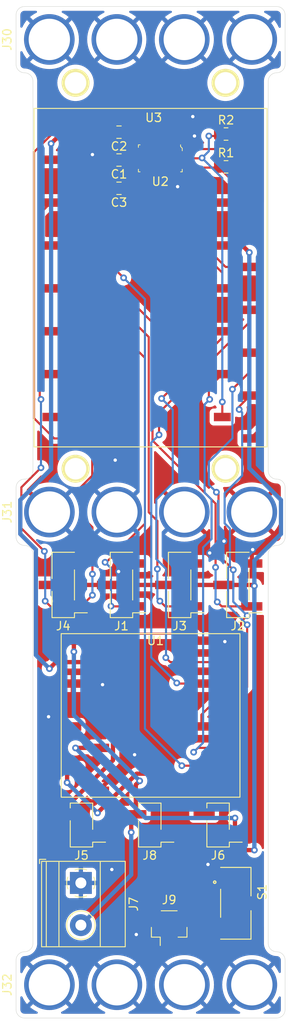
<source format=kicad_pcb>
(kicad_pcb (version 20211014) (generator pcbnew)
  (title_block (title "LegoFruit") (date "2022-05-20") (rev "v1.0") (company "Digili AS"))
  (layers (0 "F.Cu" signal) (31 "B.Cu" signal) (34 "B.Paste" user) (35 "F.Paste" user) (36 "B.SilkS" user "B.Silkscreen") (37 "F.SilkS" user "F.Silkscreen") (38 "B.Mask" user) (39 "F.Mask" user) (44 "Edge.Cuts" user))
  (net 0 "")
  (net 1 "/D2")
  (net 2 "GND")
  (net 3 "/A4")
  (net 4 "/USB")
  (net 5 "/A2")
  (net 6 "/A3")
  (net 7 "/A5")
  (net 8 "Net-(J5-Pad1)")
  (net 9 "Net-(J5-Pad2)")
  (net 10 "Net-(J6-Pad1)")
  (net 11 "Net-(J6-Pad2)")
  (net 12 "VDD")
  (net 13 "Net-(J9-Pad2)")
  (net 14 "/SDA")
  (net 15 "/SCL")
  (net 17 "/A1")
  (net 18 "/D6")
  (net 19 "/D9")
  (net 20 "/D5")
  (net 21 "/3V3")
  (net 22 "/D11")
  (net 23 "/D10")
  (net 24 "/A0")
  (net 26 "/D12")
  (net 27 "/D13")
  (footprint "Connector_JST:JST_SH_BM02B-SRSS-TB_1x02-1MP_P1.00mm_Vertical" (layer "F.Cu") (at 108.5 144.5)
    (fp_text reference "J9" (at 0 -3.3) (layer "F.SilkS"))
    (fp_text value "JST_POWER")
    (pad "1" smd roundrect locked (at -0.5 1.325) (size 0.6 1.55) (layers "F.Cu" "F.Paste" "F.Mask") (net 2 "GND"))
    (pad "2" smd roundrect locked (at 0.5 1.325) (size 0.6 1.55) (layers "F.Cu" "F.Paste" "F.Mask") (net 13 "Net-(J9-Pad2)"))
    (pad "MP" smd roundrect locked (at 1.8 -1.2) (size 1.2 1.8) (layers "F.Cu" "F.Paste" "F.Mask") (roundrect_rratio 0.208333))
    (pad "MP" smd roundrect locked (at -1.8 -1.2) (size 1.2 1.8) (layers "F.Cu" "F.Paste" "F.Mask") (roundrect_rratio 0.208333))
  )
  (footprint "brick-4_9id-6_0od:brick-1x4" (layer "F.Cu") (at 94.29 39.26 90)
    (fp_text reference "J30" (at 0 -5 90) (layer "F.SilkS"))
    (fp_text value "Conn_01x04")
    (pad "1" thru_hole circle locked (at 0 0 90) (size 6 6) (drill 4.9) (layers *.Cu *.Mask) (net 2 "GND"))
    (pad "2" thru_hole circle locked (at 0 8 90) (size 6 6) (drill 4.9) (layers *.Cu *.Mask) (net 2 "GND"))
    (pad "3" thru_hole circle locked (at 0 16 90) (size 6 6) (drill 4.9) (layers *.Cu *.Mask) (net 2 "GND"))
    (pad "4" thru_hole circle locked (at 0 24 90) (size 6 6) (drill 4.9) (layers *.Cu *.Mask) (net 2 "GND"))
  )
  (footprint "" (layer "F.Cu") (at 115.18 44.4)
    (fp_text reference "" (at 0 0) (layer "F.SilkS") (effects (font (size 1.27 1.27))))
    (fp_text value "" (at 0 0) (layer "F.SilkS") (effects (font (size 1.27 1.27))))
    (pad "" thru_hole circle locked (at 0 0 270) (size 3.302 3.302) (drill 2.54) (layers *.Cu *.Mask "F.SilkS"))
  )
  (footprint "Connector_PinHeader_2.54mm:PinHeader_1x03_P2.54mm_Vertical_SMD_Pin1Left" (layer "F.Cu") (at 95.94 103.886 180)
    (fp_text reference "J4" (at 0 -4.87) (layer "F.SilkS"))
    (fp_text value "SERVO_4")
    (pad "1" smd rect locked (at -1.655 -2.54 180) (size 2.51 1) (layers "F.Cu" "F.Paste" "F.Mask") (net 7 "/A5"))
    (pad "2" smd rect locked (at 1.655 0 180) (size 2.51 1) (layers "F.Cu" "F.Paste" "F.Mask") (net 4 "/USB"))
    (pad "3" smd rect locked (at -1.655 2.54 180) (size 2.51 1) (layers "F.Cu" "F.Paste" "F.Mask") (net 2 "GND"))
  )
  (footprint "TerminalBlock_Phoenix:TerminalBlock_Phoenix_MKDS-1,5-2_1x02_P5.00mm_Horizontal" (layer "F.Cu") (at 98.03 139.192 -90)
    (fp_text reference "J7" (at 2.5 -6.26 90) (layer "F.SilkS"))
    (fp_text value "Screw_Terminal_01x02")
    (pad "1" thru_hole rect locked (at 0 0 270) (size 2.6 2.6) (drill 1.3) (layers *.Cu *.Mask) (net 2 "GND"))
    (pad "2" thru_hole circle locked (at 5 0 270) (size 2.6 2.6) (drill 1.3) (layers *.Cu *.Mask) (net 12 "VDD"))
  )
  (footprint "Resistor_SMD:R_0805_2012Metric" (layer "F.Cu") (at 115.24 50.466)
    (fp_text reference "R2" (at 0 -1.65) (layer "F.SilkS"))
    (fp_text value "10k")
    (pad "1" smd roundrect locked (at -0.9125 0) (size 1.025 1.4) (layers "F.Cu" "F.Paste" "F.Mask") (roundrect_rratio 0.243902) (net 15 "/SCL"))
    (pad "2" smd roundrect locked (at 0.9125 0) (size 1.025 1.4) (layers "F.Cu" "F.Paste" "F.Mask") (roundrect_rratio 0.243902) (net 1 "/D2"))
  )
  (footprint "Capacitor_SMD:C_0805_2012Metric" (layer "F.Cu") (at 102.55 56.896 180)
    (fp_text reference "C3" (at 0 -1.68) (layer "F.SilkS"))
    (fp_text value "100n")
    (pad "1" smd roundrect locked (at -0.95 0 180) (size 1 1.45) (layers "F.Cu" "F.Paste" "F.Mask") (net 1 "/D2"))
    (pad "2" smd roundrect locked (at 0.95 0 180) (size 1 1.45) (layers "F.Cu" "F.Paste" "F.Mask") (net 2 "GND"))
  )
  (footprint "Connector_PinHeader_2.54mm:PinHeader_1x02_P2.54mm_Vertical_SMD_Pin1Left" (layer "F.Cu") (at 106.2 132.33 180)
    (fp_text reference "J8" (at 0 -3.6) (layer "F.SilkS"))
    (fp_text value "MOTOR_USB")
    (pad "1" smd rect locked (at -1.655 -1.27 180) (size 2.51 1) (layers "F.Cu" "F.Paste" "F.Mask") (net 4 "/USB"))
    (pad "2" smd rect locked (at 1.655 1.27 180) (size 2.51 1) (layers "F.Cu" "F.Paste" "F.Mask") (net 12 "VDD"))
  )
  (footprint "Connector_PinHeader_2.54mm:PinHeader_1x02_P2.54mm_Vertical_SMD_Pin1Left" (layer "F.Cu") (at 114.3 132.33 180)
    (fp_text reference "J6" (at 0 -3.6) (layer "F.SilkS"))
    (fp_text value "MOTOR2")
    (pad "1" smd rect locked (at -1.655 -1.27 180) (size 2.51 1) (layers "F.Cu" "F.Paste" "F.Mask") (net 10 "Net-(J6-Pad1)"))
    (pad "2" smd rect locked (at 1.655 1.27 180) (size 2.51 1) (layers "F.Cu" "F.Paste" "F.Mask") (net 11 "Net-(J6-Pad2)"))
  )
  (footprint "Connector_PinHeader_2.54mm:PinHeader_1x02_P2.54mm_Vertical_SMD_Pin1Left" (layer "F.Cu") (at 98.1 132.33 180)
    (fp_text reference "J5" (at 0 -3.6) (layer "F.SilkS"))
    (fp_text value "MOTOR1")
    (pad "1" smd rect locked (at -1.655 -1.27 180) (size 2.51 1) (layers "F.Cu" "F.Paste" "F.Mask") (net 8 "Net-(J5-Pad1)"))
    (pad "2" smd rect locked (at 1.655 1.27 180) (size 2.51 1) (layers "F.Cu" "F.Paste" "F.Mask") (net 9 "Net-(J5-Pad2)"))
  )
  (footprint "Connector_PinHeader_2.54mm:PinHeader_1x03_P2.54mm_Vertical_SMD_Pin1Left" (layer "F.Cu") (at 109.74 103.886 180)
    (fp_text reference "J3" (at 0 -4.87) (layer "F.SilkS"))
    (fp_text value "SERVO_2")
    (pad "1" smd rect locked (at -1.655 -2.54 180) (size 2.51 1) (layers "F.Cu" "F.Paste" "F.Mask") (net 6 "/A3"))
    (pad "2" smd rect locked (at 1.655 0 180) (size 2.51 1) (layers "F.Cu" "F.Paste" "F.Mask") (net 4 "/USB"))
    (pad "3" smd rect locked (at -1.655 2.54 180) (size 2.51 1) (layers "F.Cu" "F.Paste" "F.Mask") (net 2 "GND"))
  )
  (footprint "Connector_PinHeader_2.54mm:PinHeader_1x03_P2.54mm_Vertical_SMD_Pin1Left" (layer "F.Cu") (at 116.64 103.886 180)
    (fp_text reference "J2" (at 0 -4.87) (layer "F.SilkS"))
    (fp_text value "SERVO_1")
    (pad "1" smd rect locked (at -1.655 -2.54 180) (size 2.51 1) (layers "F.Cu" "F.Paste" "F.Mask") (net 5 "/A2"))
    (pad "2" smd rect locked (at 1.655 0 180) (size 2.51 1) (layers "F.Cu" "F.Paste" "F.Mask") (net 4 "/USB"))
    (pad "3" smd rect locked (at -1.655 2.54 180) (size 2.51 1) (layers "F.Cu" "F.Paste" "F.Mask") (net 2 "GND"))
  )
  (footprint "lego:feather_header_smd" (layer "F.Cu") (at 94.48 48.432)
    (fp_text reference "U3" (at 12.179 0.1 unlocked) (layer "F.SilkS"))
    (fp_text value "feather_nrf52840")
    (pad "1" smd rect (at 20.32 10.16 90) (size 1 2) (layers "F.Cu" "F.Paste" "F.Mask"))
    (pad "2" smd rect (at 23.62 12.7 90) (size 1 2) (layers "F.Cu" "F.Paste" "F.Mask"))
    (pad "3" smd rect (at 20.32 15.24 90) (size 1 2) (layers "F.Cu" "F.Paste" "F.Mask") (net 4 "/USB"))
    (pad "4" smd rect (at 23.62 17.78 90) (size 1 2) (layers "F.Cu" "F.Paste" "F.Mask") (net 27 "/D13"))
    (pad "5" smd rect (at 20.32 20.32 90) (size 1 2) (layers "F.Cu" "F.Paste" "F.Mask") (net 26 "/D12"))
    (pad "6" smd rect (at 23.62 22.86 90) (size 1 2) (layers "F.Cu" "F.Paste" "F.Mask") (net 22 "/D11"))
    (pad "7" smd rect (at 20.32 25.4 90) (size 1 2) (layers "F.Cu" "F.Paste" "F.Mask") (net 23 "/D10"))
    (pad "8" smd rect (at 23.62 27.94 90) (size 1 2) (layers "F.Cu" "F.Paste" "F.Mask") (net 19 "/D9"))
    (pad "9" smd rect (at 20.32 30.48 90) (size 1 2) (layers "F.Cu" "F.Paste" "F.Mask") (net 18 "/D6"))
    (pad "10" smd rect (at 23.62 33.02 90) (size 1 2) (layers "F.Cu" "F.Paste" "F.Mask") (net 20 "/D5"))
    (pad "11" smd rect (at 20.32 35.56 90) (size 1 2) (layers "F.Cu" "F.Paste" "F.Mask") (net 15 "/SCL"))
    (pad "12" smd rect (at 23.62 38.1 90) (size 1 2) (layers "F.Cu" "F.Paste" "F.Mask") (net 14 "/SDA"))
    (pad "13" smd rect (at 0 0 90) (size 1 2) (layers "F.Cu" "F.Paste" "F.Mask"))
    (pad "14" smd rect (at 3.3 2.54 90) (size 1 2) (layers "F.Cu" "F.Paste" "F.Mask") (net 21 "/3V3"))
    (pad "15" smd rect (at 0 5.08 90) (size 1 2) (layers "F.Cu" "F.Paste" "F.Mask"))
    (pad "16" smd rect (at 3.3 7.62 90) (size 1 2) (layers "F.Cu" "F.Paste" "F.Mask") (net 2 "GND"))
    (pad "17" smd rect (at 0 10.16 90) (size 1 2) (layers "F.Cu" "F.Paste" "F.Mask") (net 24 "/A0"))
    (pad "18" smd rect (at 3.3 12.7 90) (size 1 2) (layers "F.Cu" "F.Paste" "F.Mask") (net 17 "/A1"))
    (pad "19" smd rect (at 0 15.24 90) (size 1 2) (layers "F.Cu" "F.Paste" "F.Mask") (net 5 "/A2"))
    (pad "20" smd rect (at 3.3 17.78 90) (size 1 2) (layers "F.Cu" "F.Paste" "F.Mask") (net 6 "/A3"))
    (pad "21" smd rect (at 0 20.32 90) (size 1 2) (layers "F.Cu" "F.Paste" "F.Mask") (net 3 "/A4"))
    (pad "22" smd rect (at 3.3 22.86 90) (size 1 2) (layers "F.Cu" "F.Paste" "F.Mask") (net 7 "/A5"))
    (pad "23" smd rect (at 0 25.4 90) (size 1 2) (layers "F.Cu" "F.Paste" "F.Mask"))
    (pad "24" smd rect (at 3.3 27.94 90) (size 1 2) (layers "F.Cu" "F.Paste" "F.Mask"))
    (pad "25" smd rect (at 0 30.48 90) (size 1 2) (layers "F.Cu" "F.Paste" "F.Mask"))
    (pad "26" smd rect (at 3.3 33.02 90) (size 1 2) (layers "F.Cu" "F.Paste" "F.Mask"))
    (pad "27" smd rect (at 0 35.56 90) (size 1 2) (layers "F.Cu" "F.Paste" "F.Mask"))
    (pad "28" smd rect (at 3.3 38.1 90) (size 1 2) (layers "F.Cu" "F.Paste" "F.Mask") (net 1 "/D2"))
  )
  (footprint "" (layer "F.Cu") (at 97.4 90.12)
    (fp_text reference "" (at 0 0) (layer "F.SilkS") (effects (font (size 1.27 1.27))))
    (fp_text value "" (at 0 0) (layer "F.SilkS") (effects (font (size 1.27 1.27))))
    (pad "" thru_hole circle locked (at 0 0 270) (size 3.302 3.302) (drill 2.54) (layers *.Cu *.Mask "F.SilkS"))
  )
  (footprint "lego:sparkfun_motor" (layer "F.Cu") (at 97.0795 110.49)
    (fp_text reference "U1" (at 9.8 0.01 unlocked) (layer "F.SilkS"))
    (fp_text value "TB6612FNG")
    (pad "1" smd rect (at 3.3 7.62 90) (size 1 2) (layers "F.Cu" "F.Paste" "F.Mask") (net 9 "Net-(J5-Pad2)"))
    (pad "3" smd rect (at 3.3 17.78 90) (size 1 2) (layers "F.Cu" "F.Paste" "F.Mask") (net 2 "GND"))
    (pad "5" smd rect (at 0 10.16 90) (size 1 2) (layers "F.Cu" "F.Paste" "F.Mask") (net 8 "Net-(J5-Pad1)"))
    (pad "7" smd rect (at 3.3 12.7 90) (size 1 2) (layers "F.Cu" "F.Paste" "F.Mask") (net 10 "Net-(J6-Pad1)"))
    (pad "9" smd rect (at 18.54 17.78 90) (size 1 2) (layers "F.Cu" "F.Paste" "F.Mask") (net 2 "GND"))
    (pad "11" smd rect (at 0 15.24 90) (size 1 2) (layers "F.Cu" "F.Paste" "F.Mask") (net 11 "Net-(J6-Pad2)"))
    (pad "15" smd rect (at 15.24 15.24 90) (size 1 2) (layers "F.Cu" "F.Paste" "F.Mask") (net 17 "/A1"))
    (pad "16" smd rect (at 18.54 12.7 90) (size 1 2) (layers "F.Cu" "F.Paste" "F.Mask") (net 18 "/D6"))
    (pad "17" smd rect (at 15.24 10.16 90) (size 1 2) (layers "F.Cu" "F.Paste" "F.Mask") (net 19 "/D9"))
    (pad "18" smd rect (at 0 5.08 90) (size 1 2) (layers "F.Cu" "F.Paste" "F.Mask") (net 2 "GND"))
    (pad "19" smd rect (at 18.54 7.62 90) (size 1 2) (layers "F.Cu" "F.Paste" "F.Mask") (net 20 "/D5"))
    (pad "20" smd rect (at 3.3 2.54 90) (size 1 2) (layers "F.Cu" "F.Paste" "F.Mask") (net 21 "/3V3"))
    (pad "21" smd rect (at 15.24 5.08 90) (size 1 2) (layers "F.Cu" "F.Paste" "F.Mask") (net 22 "/D11"))
    (pad "22" smd rect (at 18.54 2.54 90) (size 1 2) (layers "F.Cu" "F.Paste" "F.Mask") (net 23 "/D10"))
    (pad "23" smd rect (at 15.24 0 90) (size 1 2) (layers "F.Cu" "F.Paste" "F.Mask") (net 24 "/A0"))
    (pad "24" smd rect (at 0 0 90) (size 1 2) (layers "F.Cu" "F.Paste" "F.Mask") (net 12 "VDD"))
  )
  (footprint "Capacitor_SMD:C_0805_2012Metric" (layer "F.Cu") (at 102.55 53.546 180)
    (fp_text reference "C1" (at 0 -1.68) (layer "F.SilkS"))
    (fp_text value "10u")
    (pad "1" smd roundrect locked (at -0.95 0 180) (size 1 1.45) (layers "F.Cu" "F.Paste" "F.Mask") (net 1 "/D2"))
    (pad "2" smd roundrect locked (at 0.95 0 180) (size 1 1.45) (layers "F.Cu" "F.Paste" "F.Mask") (net 2 "GND"))
  )
  (footprint "Connector_PinHeader_2.54mm:PinHeader_1x03_P2.54mm_Vertical_SMD_Pin1Left" (layer "F.Cu") (at 102.84 103.886 180)
    (fp_text reference "J1" (at 0 -4.87) (layer "F.SilkS"))
    (fp_text value "SERVO_3")
    (pad "1" smd rect locked (at -1.655 -2.54 180) (size 2.51 1) (layers "F.Cu" "F.Paste" "F.Mask") (net 3 "/A4"))
    (pad "2" smd rect locked (at 1.655 0 180) (size 2.51 1) (layers "F.Cu" "F.Paste" "F.Mask") (net 4 "/USB"))
    (pad "3" smd rect locked (at -1.655 2.54 180) (size 2.51 1) (layers "F.Cu" "F.Paste" "F.Mask") (net 2 "GND"))
  )
  (footprint "Capacitor_SMD:C_0805_2012Metric" (layer "F.Cu") (at 102.55 50.246 180)
    (fp_text reference "C2" (at 0 -1.68) (layer "F.SilkS"))
    (fp_text value "100n")
    (pad "1" smd roundrect locked (at -0.95 0 180) (size 1 1.45) (layers "F.Cu" "F.Paste" "F.Mask") (net 1 "/D2"))
    (pad "2" smd roundrect locked (at 0.95 0 180) (size 1 1.45) (layers "F.Cu" "F.Paste" "F.Mask") (net 2 "GND"))
  )
  (footprint "spdt:SW_JS102011JCQN" (layer "F.Cu") (at 116.4 141.6 -90)
    (fp_text reference "S1" (at -1.326325 -3.138175 -270) (layer "F.SilkS") (effects (font (size 1.001016 1.001016))))
    (fp_text value "JS102011JCQN")
    (pad "1" smd rect locked (at -2.5 1.2) (size 1.6 1) (layers "F.Cu" "F.Paste" "F.Mask") (net 13 "Net-(J9-Pad2)"))
    (pad "2" smd rect locked (at 0 -1.2) (size 1.6 1) (layers "F.Cu" "F.Paste" "F.Mask") (net 4 "/USB"))
    (pad "3" smd rect locked (at 2.5 1.2) (size 1.6 1) (layers "F.Cu" "F.Paste" "F.Mask"))
  )
  (footprint "dk:LGA-14_3x5mm_RevA" (layer "F.Cu") (at 107.45 53.346 180)
    (fp_text reference "U2" (at 0 -2.75) (layer "F.SilkS"))
    (fp_text value "ADXL345BCCZ")
    (pad "1" smd rect locked (at -2 1.0975 180) (size 0.55 1.145) (layers "F.Cu" "F.Paste" "F.Mask") (net 1 "/D2"))
    (pad "2" smd rect locked (at -1.2 1.0975 180) (size 0.55 1.145) (layers "F.Cu" "F.Paste" "F.Mask") (net 2 "GND"))
    (pad "3" smd rect locked (at -0.4 1.0975 180) (size 0.55 1.145) (layers "F.Cu" "F.Paste" "F.Mask"))
    (pad "4" smd rect locked (at 0.4 1.0975 180) (size 0.55 1.145) (layers "F.Cu" "F.Paste" "F.Mask") (net 2 "GND"))
    (pad "5" smd rect locked (at 1.2 1.0975 180) (size 0.55 1.145) (layers "F.Cu" "F.Paste" "F.Mask") (net 2 "GND"))
    (pad "6" smd rect locked (at 2 1.0975 180) (size 0.55 1.145) (layers "F.Cu" "F.Paste" "F.Mask") (net 1 "/D2"))
    (pad "7" smd rect locked (at 2.0975 0 180) (size 1.145 0.55) (layers "F.Cu" "F.Paste" "F.Mask") (net 1 "/D2"))
    (pad "8" smd rect locked (at 2 -1.0975 180) (size 0.55 1.145) (layers "F.Cu" "F.Paste" "F.Mask") (net 26 "/D12"))
    (pad "9" smd rect locked (at 1.2 -1.0975 180) (size 0.55 1.145) (layers "F.Cu" "F.Paste" "F.Mask") (net 27 "/D13"))
    (pad "10" smd rect locked (at 0.4 -1.0975 180) (size 0.55 1.145) (layers "F.Cu" "F.Paste" "F.Mask"))
    (pad "11" smd rect locked (at -0.4 -1.0975 180) (size 0.55 1.145) (layers "F.Cu" "F.Paste" "F.Mask"))
    (pad "12" smd rect locked (at -1.2 -1.0975 180) (size 0.55 1.145) (layers "F.Cu" "F.Paste" "F.Mask") (net 2 "GND"))
    (pad "13" smd rect locked (at -2 -1.0975 180) (size 0.55 1.145) (layers "F.Cu" "F.Paste" "F.Mask") (net 14 "/SDA"))
    (pad "14" smd rect locked (at -2.0975 0 180) (size 1.145 0.55) (layers "F.Cu" "F.Paste" "F.Mask") (net 15 "/SCL"))
  )
  (footprint "Resistor_SMD:R_0805_2012Metric" (layer "F.Cu") (at 115.24 54.356)
    (fp_text reference "R1" (at 0 -1.65) (layer "F.SilkS"))
    (fp_text value "10k")
    (pad "1" smd roundrect locked (at -0.9125 0) (size 1.025 1.4) (layers "F.Cu" "F.Paste" "F.Mask") (roundrect_rratio 0.243902) (net 14 "/SDA"))
    (pad "2" smd roundrect locked (at 0.9125 0) (size 1.025 1.4) (layers "F.Cu" "F.Paste" "F.Mask") (roundrect_rratio 0.243902) (net 1 "/D2"))
  )
  (footprint "brick-4_9id-6_0od:brick-1x4" (layer "F.Cu") (at 94.3 95.25 90)
    (fp_text reference "J31" (at 0 -5 90) (layer "F.SilkS"))
    (fp_text value "Conn_01x04")
    (pad "1" thru_hole circle locked (at 0 0 90) (size 6 6) (drill 4.9) (layers *.Cu *.Mask) (net 2 "GND"))
    (pad "2" thru_hole circle locked (at 0 8 90) (size 6 6) (drill 4.9) (layers *.Cu *.Mask) (net 2 "GND"))
    (pad "3" thru_hole circle locked (at 0 16 90) (size 6 6) (drill 4.9) (layers *.Cu *.Mask) (net 2 "GND"))
    (pad "4" thru_hole circle locked (at 0 24 90) (size 6 6) (drill 4.9) (layers *.Cu *.Mask) (net 2 "GND"))
  )
  (footprint "brick-4_9id-6_0od:brick-1x4" (layer "F.Cu") (at 94.3 151.25 90)
    (fp_text reference "J32" (at 0 -5 90) (layer "F.SilkS"))
    (fp_text value "Conn_01x04")
    (pad "1" thru_hole circle locked (at 0 0 90) (size 6 6) (drill 4.9) (layers *.Cu *.Mask) (net 2 "GND"))
    (pad "2" thru_hole circle locked (at 0 8 90) (size 6 6) (drill 4.9) (layers *.Cu *.Mask) (net 2 "GND"))
    (pad "3" thru_hole circle locked (at 0 16 90) (size 6 6) (drill 4.9) (layers *.Cu *.Mask) (net 2 "GND"))
    (pad "4" thru_hole circle locked (at 0 24 90) (size 6 6) (drill 4.9) (layers *.Cu *.Mask) (net 2 "GND"))
  )
  (footprint "" (layer "F.Cu") (at 97.4 44.4)
    (fp_text reference "" (at 0 0) (layer "F.SilkS") (effects (font (size 1.27 1.27))))
    (fp_text value "" (at 0 0) (layer "F.SilkS") (effects (font (size 1.27 1.27))))
    (pad "" thru_hole circle locked (at 0 0 270) (size 3.302 3.302) (drill 2.54) (layers *.Cu *.Mask "F.SilkS"))
  )
  (footprint "" (layer "F.Cu") (at 115.18 90.12)
    (fp_text reference "" (at 0 0) (layer "F.SilkS") (effects (font (size 1.27 1.27))))
    (fp_text value "" (at 0 0) (layer "F.SilkS") (effects (font (size 1.27 1.27))))
    (pad "" thru_hole circle locked (at 0 0 270) (size 3.302 3.302) (drill 2.54) (layers *.Cu *.Mask "F.SilkS"))
  )
  (gr_line (start 90.347107 92.35) (end 90.347107 98.202892) (layer "Edge.Cuts") (width 0.05))
  (gr_arc (start 121.242893 91.350001) (mid 121.949999 91.642895) (end 122.242893 92.350001) (layer "Edge.Cuts") (width 0.05))
  (gr_line (start 122.242893 148.342895) (end 122.242893 154.195787) (layer "Edge.Cuts") (width 0.05))
  (gr_line (start 120.242893 100.202893) (end 120.242893 146.342895) (layer "Edge.Cuts") (width 0.05))
  (gr_arc (start 121.242893 35.357107) (mid 121.95 35.65) (end 122.242893 36.357107) (layer "Edge.Cuts") (width 0.05))
  (gr_line (start 121.242893 35.357107) (end 91.347107 35.357107) (layer "Edge.Cuts") (width 0.05))
  (gr_arc (start 90.347107 148.342893) (mid 90.640001 147.635787) (end 91.347107 147.342893) (layer "Edge.Cuts") (width 0.05))
  (gr_line (start 122.242893 36.357107) (end 122.242893 42.209999) (layer "Edge.Cuts") (width 0.05))
  (gr_arc (start 121.242893 147.342895) (mid 120.535787 147.050001) (end 120.242893 146.342895) (layer "Edge.Cuts") (width 0.05))
  (gr_arc (start 91.347107 155.195787) (mid 90.640001 154.902893) (end 90.347107 154.195787) (layer "Edge.Cuts") (width 0.05))
  (gr_line (start 121.242893 155.195787) (end 91.347107 155.195787) (layer "Edge.Cuts") (width 0.05))
  (gr_line (start 122.242893 92.350001) (end 122.242893 98.202893) (layer "Edge.Cuts") (width 0.05))
  (gr_line (start 90.347107 148.342893) (end 90.347107 154.195785) (layer "Edge.Cuts") (width 0.05))
  (gr_arc (start 91.347107 99.202892) (mid 90.640001 98.909999) (end 90.347107 98.202892) (layer "Edge.Cuts") (width 0.05))
  (gr_line (start 92.347107 100.202891) (end 92.347107 146.342893) (layer "Edge.Cuts") (width 0.05))
  (gr_arc (start 92.347107 146.342893) (mid 92.054213 147.049999) (end 91.347107 147.342893) (layer "Edge.Cuts") (width 0.05))
  (gr_line (start 120.242893 44.209999) (end 120.242893 90.350001) (layer "Edge.Cuts") (width 0.05))
  (gr_arc (start 122.242893 98.202893) (mid 121.95 98.91) (end 121.242893 99.202893) (layer "Edge.Cuts") (width 0.05))
  (gr_line (start 90.347107 36.357107) (end 90.347107 42.209999) (layer "Edge.Cuts") (width 0.05))
  (gr_arc (start 91.347107 43.209998) (mid 92.054213 43.502891) (end 92.347107 44.209998) (layer "Edge.Cuts") (width 0.05))
  (gr_arc (start 120.242893 100.202893) (mid 120.535786 99.495786) (end 121.242893 99.202893) (layer "Edge.Cuts") (width 0.05))
  (gr_arc (start 122.242893 154.195787) (mid 121.949999 154.902893) (end 121.242893 155.195787) (layer "Edge.Cuts") (width 0.05))
  (gr_line (start 92.347107 44.209998) (end 92.347107 90.35) (layer "Edge.Cuts") (width 0.05))
  (gr_arc (start 90.347107 92.35) (mid 90.64 91.642894) (end 91.347107 91.35) (layer "Edge.Cuts") (width 0.05))
  (gr_arc (start 120.242893 44.209999) (mid 120.535786 43.502892) (end 121.242893 43.209999) (layer "Edge.Cuts") (width 0.05))
  (gr_arc (start 91.347107 43.209999) (mid 90.640001 42.917106) (end 90.347107 42.209999) (layer "Edge.Cuts") (width 0.05))
  (gr_arc (start 92.347107 90.35) (mid 92.054214 91.057106) (end 91.347107 91.35) (layer "Edge.Cuts") (width 0.05))
  (gr_arc (start 121.242893 91.350001) (mid 120.535787 91.057107) (end 120.242893 90.350001) (layer "Edge.Cuts") (width 0.05))
  (gr_arc (start 122.242893 42.209999) (mid 121.95 42.917106) (end 121.242893 43.209999) (layer "Edge.Cuts") (width 0.05))
  (gr_arc (start 91.347107 99.202891) (mid 92.054213 99.495784) (end 92.347107 100.202891) (layer "Edge.Cuts") (width 0.05))
  (gr_arc (start 90.347107 36.357107) (mid 90.64 35.65) (end 91.347107 35.357107) (layer "Edge.Cuts") (width 0.05))
  (gr_arc (start 121.242893 147.342895) (mid 121.949999 147.635789) (end 122.242893 148.342895) (layer "Edge.Cuts") (width 0.05))
  (segment (start 95.878906 49.19648) (end 102.45048 49.19648) (width 0.25) (layer "F.Cu") (net 1))
  (segment (start 104.30452 49.44148) (end 115.12798 49.44148) (width 0.25) (layer "F.Cu") (net 1))
  (segment (start 103.5 53.546) (end 103.5 56.896) (width 0.25) (layer "F.Cu") (net 1))
  (segment (start 114.045 52.2485) (end 116.1525 54.356) (width 0.25) (layer "F.Cu") (net 1))
  (segment (start 109.45 52.2485) (end 114.045 52.2485) (width 0.25) (layer "F.Cu") (net 1))
  (segment (start 105.3525 52.346) (end 105.45 52.2485) (width 0.25) (layer "F.Cu") (net 1))
  (segment (start 94.870978 86.532) (end 92.472127 84.133149) (width 0.25) (layer "F.Cu") (net 1))
  (segment (start 115.12798 49.44148) (end 116.1525 50.466) (width 0.25) (layer "F.Cu") (net 1))
  (segment (start 92.472127 84.133149) (end 92.472127 52.603259) (width 0.25) (layer "F.Cu") (net 1))
  (segment (start 116.1525 50.466) (end 116.1525 54.356) (width 0.25) (layer "F.Cu") (net 1))
  (segment (start 103.5 50.246) (end 104.30452 49.44148) (width 0.25) (layer "F.Cu") (net 1))
  (segment (start 97.78 86.532) (end 94.870978 86.532) (width 0.25) (layer "F.Cu") (net 1))
  (segment (start 92.472127 52.603259) (end 95.878906 49.19648) (width 0.25) (layer "F.Cu") (net 1))
  (segment (start 103.5 53.546) (end 105.1525 53.546) (width 0.25) (layer "F.Cu") (net 1))
  (segment (start 102.45048 49.19648) (end 103.5 50.246) (width 0.25) (layer "F.Cu") (net 1))
  (segment (start 103.5 50.246) (end 103.5 53.546) (width 0.25) (layer "F.Cu") (net 1))
  (segment (start 105.1525 53.546) (end 105.3525 53.346) (width 0.25) (layer "F.Cu") (net 1))
  (segment (start 105.3525 53.346) (end 105.3525 52.346) (width 0.25) (layer "F.Cu") (net 1))
  (segment (start 106.25 52.2485) (end 107.05 52.2485) (width 0.508) (layer "F.Cu") (net 2))
  (segment (start 100.3795 128.0205) (end 104.4 124) (width 0.508) (layer "F.Cu") (net 2))
  (segment (start 108.65 55.85) (end 109.5 56.7) (width 0.508) (layer "F.Cu") (net 2))
  (segment (start 108.65 54.4435) (end 108.65 55.85) (width 0.508) (layer "F.Cu") (net 2))
  (segment (start 109.443978 50.7) (end 111.5 50.7) (width 0.508) (layer "F.Cu") (net 2))
  (segment (start 108.65 51.493978) (end 109.443978 50.7) (width 0.508) (layer "F.Cu") (net 2))
  (segment (start 100.3795 128.27) (end 100.3795 128.0205) (width 0.508) (layer "F.Cu") (net 2))
  (segment (start 108.65 52.2485) (end 108.65 51.493978) (width 0.508) (layer "F.Cu") (net 2))
  (via (at 113.3 100.1) (size 0.8) (drill 0.4) (layers "F.Cu" "B.Cu") (net 2))
  (via (at 101.7 137.6) (size 0.8) (drill 0.4) (layers "F.Cu" "B.Cu") (net 2))
  (via (at 104.6 145.3) (size 0.8) (drill 0.4) (layers "F.Cu" "B.Cu") (net 2))
  (via (at 94.2 119.5) (size 0.8) (drill 0.4) (layers "F.Cu" "B.Cu") (net 2))
  (via (at 111.5 50.7) (size 0.8) (drill 0.4) (layers "F.Cu" "B.Cu") (net 2))
  (via (at 118.4 99.7) (size 0.8) (drill 0.4) (layers "F.Cu" "B.Cu") (net 2))
  (via (at 111.3 48.4) (size 0.8) (drill 0.4) (layers "F.Cu" "B.Cu") (net 2))
  (via (at 100.6 115.7) (size 0.8) (drill 0.4) (layers "F.Cu" "B.Cu") (net 2))
  (via (at 113.1 137) (size 0.8) (drill 0.4) (layers "F.Cu" "B.Cu") (net 2))
  (via (at 109.5 56.7) (size 0.8) (drill 0.4) (layers "F.Cu" "B.Cu") (net 2))
  (via (at 102.1 89.1) (size 0.8) (drill 0.4) (layers "F.Cu" "B.Cu") (net 2))
  (via (at 102.5 102.3) (size 0.8) (drill 0.4) (layers "F.Cu" "B.Cu") (net 2))
  (via (at 115 98.7) (size 0.8) (drill 0.4) (layers "F.Cu" "B.Cu") (net 2))
  (via (at 99.4 52.9) (size 0.8) (drill 0.4) (layers "F.Cu" "B.Cu") (net 2))
  (via (at 104.4 124) (size 0.8) (drill 0.4) (layers "F.Cu" "B.Cu") (net 2))
  (via (at 115.1 110.6) (size 0.8) (drill 0.4) (layers "F.Cu" "B.Cu") (net 2))
  (segment (start 97.389022 68.752) (end 94.48 68.752) (width 0.25) (layer "F.Cu") (net 3))
  (segment (start 105.624511 76.987489) (end 97.389022 68.752) (width 0.25) (layer "F.Cu") (net 3))
  (segment (start 105.624511 96.627059) (end 105.624511 76.987489) (width 0.25) (layer "F.Cu") (net 3))
  (segment (start 101.626 106.426) (end 101.6 106.4) (width 0.25) (layer "F.Cu") (net 3))
  (segment (start 101.05157 101.2) (end 105.624511 96.627059) (width 0.25) (layer "F.Cu") (net 3))
  (segment (start 104.495 106.426) (end 101.626 106.426) (width 0.25) (layer "F.Cu") (net 3))
  (segment (start 100.9 101.2) (end 101.05157 101.2) (width 0.25) (layer "F.Cu") (net 3))
  (via (at 100.9 101.2) (size 0.8) (drill 0.4) (layers "F.Cu" "B.Cu") (net 3))
  (via (at 101.6 106.4) (size 0.8) (drill 0.4) (layers "F.Cu" "B.Cu") (net 3))
  (segment (start 101.6 106.4) (end 101.6 101.9) (width 0.25) (layer "B.Cu") (net 3))
  (segment (start 101.6 101.9) (end 100.9 101.2) (width 0.25) (layer "B.Cu") (net 3))
  (segment (start 118.6 135.3) (end 112.1 135.3) (width 0.508) (layer "F.Cu") (net 4))
  (segment (start 110.4 133.6) (end 107.855 133.6) (width 0.508) (layer "F.Cu") (net 4))
  (segment (start 114.985 103.886) (end 118.486 103.886) (width 0.508) (layer "F.Cu") (net 4))
  (segment (start 94.285 103.886) (end 101.185 103.886) (width 0.508) (layer "F.Cu") (net 4))
  (segment (start 117.172 63.672) (end 118 64.5) (width 0.508) (layer "F.Cu") (net 4))
  (segment (start 107.855 133.6) (end 107.855 134.608) (width 0.508) (layer "F.Cu") (net 4))
  (segment (start 114.8 63.672) (end 117.172 63.672) (width 0.508) (layer "F.Cu") (net 4))
  (segment (start 108.085 103.886) (end 114.985 103.886) (width 0.508) (layer "F.Cu") (net 4))
  (segment (start 118.486 103.886) (end 118.6 104) (width 0.508) (layer "F.Cu") (net 4))
  (segment (start 114.847 141.6) (end 117.6 141.6) (width 0.508) (layer "F.Cu") (net 4))
  (segment (start 112.1 135.3) (end 110.4 133.6) (width 0.508) (layer "F.Cu") (net 4))
  (segment (start 101.185 103.886) (end 108.085 103.886) (width 0.508) (layer "F.Cu") (net 4))
  (segment (start 107.855 134.608) (end 114.847 141.6) (width 0.508) (layer "F.Cu") (net 4))
  (via (at 118.6 135.3) (size 0.8) (drill 0.4) (layers "F.Cu" "B.Cu") (net 4))
  (via (at 118 64.5) (size 0.8) (drill 0.4) (layers "F.Cu" "B.Cu") (net 4))
  (via (at 118.6 104) (size 0.8) (drill 0.4) (layers "F.Cu" "B.Cu") (net 4))
  (segment (start 118 64.5) (end 118 90.065997) (width 0.508) (layer "B.Cu") (net 4))
  (segment (start 118 90.065997) (end 121.753511 93.819508) (width 0.508) (layer "B.Cu") (net 4))
  (segment (start 118.6 104) (end 118.6 135.3) (width 0.508) (layer "B.Cu") (net 4))
  (segment (start 121.753511 93.819508) (end 121.753511 97.846489) (width 0.508) (layer "B.Cu") (net 4))
  (segment (start 121.753511 97.846489) (end 118.6 101) (width 0.508) (layer "B.Cu") (net 4))
  (segment (start 118.6 101) (end 118.6 104) (width 0.508) (layer "B.Cu") (net 4))
  (segment (start 118.295 106.426) (end 114.726 106.426) (width 0.25) (layer "F.Cu") (net 5))
  (segment (start 114 94.24843) (end 106.523551 86.771981) (width 0.25) (layer "F.Cu") (net 5))
  (segment (start 114.726 106.426) (end 114.2 105.9) (width 0.25) (layer "F.Cu") (net 5))
  (segment (start 106.523551 72.806529) (end 97.389022 63.672) (width 0.25) (layer "F.Cu") (net 5))
  (segment (start 97.389022 63.672) (end 94.48 63.672) (width 0.25) (layer "F.Cu") (net 5))
  (segment (start 106.523551 86.771981) (end 106.523551 72.806529) (width 0.25) (layer "F.Cu") (net 5))
  (segment (start 114 101.8) (end 114 94.24843) (width 0.25) (layer "F.Cu") (net 5))
  (via (at 114.2 105.9) (size 0.8) (drill 0.4) (layers "F.Cu" "B.Cu") (net 5))
  (via (at 114 101.8) (size 0.8) (drill 0.4) (layers "F.Cu" "B.Cu") (net 5))
  (segment (start 114.2 105.9) (end 114 105.7) (width 0.25) (layer "B.Cu") (net 5))
  (segment (start 114 105.7) (end 114 101.8) (width 0.25) (layer "B.Cu") (net 5))
  (segment (start 107.1 96.3) (end 106.074031 95.274031) (width 0.25) (layer "F.Cu") (net 6))
  (segment (start 107.1 102) (end 107.1 96.3) (width 0.25) (layer "F.Cu") (net 6))
  (segment (start 106.074031 74.506031) (end 97.78 66.212) (width 0.25) (layer "F.Cu") (net 6))
  (segment (start 111.395 106.426) (end 108.026 106.426) (width 0.25) (layer "F.Cu") (net 6))
  (segment (start 106.074031 95.274031) (end 106.074031 74.506031) (width 0.25) (layer "F.Cu") (net 6))
  (segment (start 108.026 106.426) (end 107.4 105.8) (width 0.25) (layer "F.Cu") (net 6))
  (via (at 107.4 105.8) (size 0.8) (drill 0.4) (layers "F.Cu" "B.Cu") (net 6))
  (via (at 107.1 102) (size 0.8) (drill 0.4) (layers "F.Cu" "B.Cu") (net 6))
  (segment (start 107.4 105.8) (end 107.1 105.5) (width 0.25) (layer "B.Cu") (net 6))
  (segment (start 107.1 105.5) (end 107.1 102) (width 0.25) (layer "B.Cu") (net 6))
  (segment (start 98.074 106.426) (end 99.4 105.1) (width 0.25) (layer "F.Cu") (net 7))
  (segment (start 97.595 106.426) (end 98.074 106.426) (width 0.25) (layer "F.Cu") (net 7))
  (segment (start 99.4 97.05157) (end 98 95.65157) (width 0.25) (layer "F.Cu") (net 7))
  (segment (start 99.4 102.6) (end 99.4 97.05157) (width 0.25) (layer "F.Cu") (net 7))
  (segment (start 99.375511 90.938285) (end 99.375511 72.887511) (width 0.25) (layer "F.Cu") (net 7))
  (segment (start 98 95.65157) (end 98 92.313796) (width 0.25) (layer "F.Cu") (net 7))
  (segment (start 98 92.313796) (end 99.375511 90.938285) (width 0.25) (layer "F.Cu") (net 7))
  (segment (start 99.375511 72.887511) (end 97.78 71.292) (width 0.25) (layer "F.Cu") (net 7))
  (via (at 99.4 105.1) (size 0.8) (drill 0.4) (layers "F.Cu" "B.Cu") (net 7))
  (via (at 99.4 102.6) (size 0.8) (drill 0.4) (layers "F.Cu" "B.Cu") (net 7))
  (segment (start 99.4 105.1) (end 99.4 102.6) (width 0.25) (layer "B.Cu") (net 7))
  (segment (start 93.8 132.7) (end 94.7 133.6) (width 0.508) (layer "F.Cu") (net 8))
  (segment (start 93.8 123.9295) (end 93.8 132.7) (width 0.508) (layer "F.Cu") (net 8))
  (segment (start 97.0795 120.65) (end 93.8 123.9295) (width 0.508) (layer "F.Cu") (net 8))
  (segment (start 94.7 133.6) (end 99.755 133.6) (width 0.508) (layer "F.Cu") (net 8))
  (segment (start 96.445 130.052) (end 101.833011 124.663989) (width 0.508) (layer "F.Cu") (net 9))
  (segment (start 101.833011 119.563511) (end 100.3795 118.11) (width 0.508) (layer "F.Cu") (net 9))
  (segment (start 96.445 131.06) (end 96.445 130.052) (width 0.508) (layer "F.Cu") (net 9))
  (segment (start 101.833011 124.663989) (end 101.833011 119.563511) (width 0.508) (layer "F.Cu") (net 9))
  (segment (start 116.3 133.255) (end 115.955 133.6) (width 0.508) (layer "F.Cu") (net 10))
  (segment (start 97.41 123.19) (end 97.4 123.2) (width 0.508) (layer "F.Cu") (net 10))
  (segment (start 116.3 131.5) (end 116.3 133.255) (width 0.508) (layer "F.Cu") (net 10))
  (segment (start 100.3795 123.19) (end 97.41 123.19) (width 0.508) (layer "F.Cu") (net 10))
  (via (at 116.3 131.5) (size 0.8) (drill 0.4) (layers "F.Cu" "B.Cu") (net 10))
  (via (at 97.4 123.2) (size 0.8) (drill 0.4) (layers "F.Cu" "B.Cu") (net 10))
  (segment (start 97.4 123.2) (end 105.7 131.5) (width 0.508) (layer "B.Cu") (net 10))
  (segment (start 105.7 131.5) (end 116.3 131.5) (width 0.508) (layer "B.Cu") (net 10))
  (segment (start 96.4 126.4095) (end 97.0795 125.73) (width 0.508) (layer "F.Cu") (net 11))
  (segment (start 104.646463 126.246489) (end 100 130.892952) (width 0.508) (layer "F.Cu") (net 11))
  (segment (start 112.645 131.06) (end 107.831489 126.246489) (width 0.508) (layer "F.Cu") (net 11))
  (segment (start 100 130.892952) (end 100 130.9) (width 0.508) (layer "F.Cu") (net 11))
  (segment (start 96.4 127.3) (end 96.4 126.4095) (width 0.508) (layer "F.Cu") (net 11))
  (segment (start 107.831489 126.246489) (end 104.646463 126.246489) (width 0.508) (layer "F.Cu") (net 11))
  (via (at 96.4 127.3) (size 0.8) (drill 0.4) (layers "F.Cu" "B.Cu") (net 11))
  (via (at 100 130.9) (size 0.8) (drill 0.4) (layers "F.Cu" "B.Cu") (net 11))
  (segment (start 100 130.9) (end 96.4 127.3) (width 0.508) (layer "B.Cu") (net 11))
  (segment (start 97.2 110.6105) (end 97.0795 110.49) (width 0.508) (layer "F.Cu") (net 12))
  (segment (start 104 133.2) (end 104 131.605) (width 0.508) (layer "F.Cu") (net 12))
  (segment (start 104.545 127.555) (end 105 127.1) (width 0.508) (layer "F.Cu") (net 12))
  (segment (start 97.2 111.8) (end 97.2 110.6105) (width 0.508) (layer "F.Cu") (net 12))
  (segment (start 104.545 131.06) (end 104.545 127.555) (width 0.508) (layer "F.Cu") (net 12))
  (segment (start 104 131.605) (end 104.545 131.06) (width 0.508) (layer "F.Cu") (net 12))
  (via (at 104 133.2) (size 0.8) (drill 0.4) (layers "F.Cu" "B.Cu") (net 12))
  (via (at 97.2 111.8) (size 0.8) (drill 0.4) (layers "F.Cu" "B.Cu") (net 12))
  (via (at 105 127.1) (size 0.8) (drill 0.4) (layers "F.Cu" "B.Cu") (net 12))
  (segment (start 97.2 119.3) (end 97.2 111.8) (width 0.508) (layer "B.Cu") (net 12))
  (segment (start 104 138.222) (end 104 133.2) (width 0.508) (layer "B.Cu") (net 12))
  (segment (start 105 127.1) (end 97.2 119.3) (width 0.508) (layer "B.Cu") (net 12))
  (segment (start 98.03 144.192) (end 104 138.222) (width 0.508) (layer "B.Cu") (net 12))
  (segment (start 109 145.825) (end 116.975 145.825) (width 0.508) (layer "F.Cu") (net 13))
  (segment (start 117.307022 139.1) (end 115.2 139.1) (width 0.508) (layer "F.Cu") (net 13))
  (segment (start 116.975 145.825) (end 118.853511 143.946489) (width 0.508) (layer "F.Cu") (net 13))
  (segment (start 118.853511 143.946489) (end 118.853511 140.646489) (width 0.508) (layer "F.Cu") (net 13))
  (segment (start 118.853511 140.646489) (end 117.307022 139.1) (width 0.508) (layer "F.Cu") (net 13))
  (segment (start 119.424511 59.453011) (end 119.424511 85.207489) (width 0.25) (layer "F.Cu") (net 14))
  (segment (start 114.3275 54.356) (end 119.424511 59.453011) (width 0.25) (layer "F.Cu") (net 14))
  (segment (start 114.24 54.4435) (end 109.45 54.4435) (width 0.25) (layer "F.Cu") (net 14))
  (segment (start 114.3275 54.356) (end 114.24 54.4435) (width 0.25) (layer "F.Cu") (net 14))
  (segment (start 119.424511 85.207489) (end 118.1 86.532) (width 0.25) (layer "F.Cu") (net 14))
  (segment (start 114.0935 50.7) (end 114.3275 50.466) (width 0.25) (layer "F.Cu") (net 15))
  (segment (start 113.2 50.7) (end 114.0935 50.7) (width 0.25) (layer "F.Cu") (net 15))
  (segment (start 109.5475 53.346) (end 112.354 53.346) (width 0.25) (layer "F.Cu") (net 15))
  (segment (start 114.8 83.992) (end 114.8 82.2) (width 0.25) (layer "F.Cu") (net 15))
  (segment (start 112.354 53.346) (end 112.4 53.3) (width 0.25) (layer "F.Cu") (net 15))
  (via (at 113.2 50.7) (size 0.8) (drill 0.4) (layers "F.Cu" "B.Cu") (net 15))
  (via (at 114.8 82.2) (size 0.8) (drill 0.4) (layers "F.Cu" "B.Cu") (net 15))
  (via (at 112.4 53.3) (size 0.8) (drill 0.4) (layers "F.Cu" "B.Cu") (net 15))
  (segment (start 112.4 53.3) (end 113.2 52.5) (width 0.25) (layer "B.Cu") (net 15))
  (segment (start 114.8 82.2) (end 114.8 55.7) (width 0.25) (layer "B.Cu") (net 15))
  (segment (start 114.8 55.7) (end 112.4 53.3) (width 0.25) (layer "B.Cu") (net 15))
  (segment (start 113.2 52.5) (end 113.2 50.7) (width 0.25) (layer "B.Cu") (net 15))
  (segment (start 111.8895 125.3) (end 112.3195 125.73) (width 0.25) (layer "F.Cu") (net 17))
  (segment (start 110 125.3) (end 111.8895 125.3) (width 0.25) (layer "F.Cu") (net 17))
  (segment (start 97.78 62.18) (end 103.1 67.5) (width 0.25) (layer "F.Cu") (net 17))
  (segment (start 97.78 61.132) (end 97.78 62.18) (width 0.25) (layer "F.Cu") (net 17))
  (via (at 103.1 67.5) (size 0.8) (drill 0.4) (layers "F.Cu" "B.Cu") (net 17))
  (via (at 110 125.3) (size 0.8) (drill 0.4) (layers "F.Cu" "B.Cu") (net 17))
  (segment (start 103.1 67.5) (end 105.624511 70.024511) (width 0.25) (layer "B.Cu") (net 17))
  (segment (start 105.624511 70.024511) (end 105.624511 120.924511) (width 0.25) (layer "B.Cu") (net 17))
  (segment (start 105.624511 120.924511) (end 110 125.3) (width 0.25) (layer "B.Cu") (net 17))
  (segment (start 113.204489 81.804489) (end 113.3 81.9) (width 0.25) (layer "F.Cu") (net 18))
  (segment (start 114.8 78.912) (end 113.204489 80.507511) (width 0.25) (layer "F.Cu") (net 18))
  (segment (start 111.4 123.7) (end 111.91 123.19) (width 0.25) (layer "F.Cu") (net 18))
  (segment (start 113.204489 80.507511) (end 113.204489 81.804489) (width 0.25) (layer "F.Cu") (net 18))
  (segment (start 111.91 123.19) (end 115.6195 123.19) (width 0.25) (layer "F.Cu") (net 18))
  (via (at 113.3 81.9) (size 0.8) (drill 0.4) (layers "F.Cu" "B.Cu") (net 18))
  (via (at 111.4 123.7) (size 0.8) (drill 0.4) (layers "F.Cu" "B.Cu") (net 18))
  (segment (start 113.524511 98.441318) (end 112.524511 99.441318) (width 0.25) (layer "B.Cu") (net 18))
  (segment (start 112.524511 122.575489) (end 111.4 123.7) (width 0.25) (layer "B.Cu") (net 18))
  (segment (start 112.7 92.94843) (end 113.524511 93.772941) (width 0.25) (layer "B.Cu") (net 18))
  (segment (start 112.7 82.5) (end 112.7 92.94843) (width 0.25) (layer "B.Cu") (net 18))
  (segment (start 112.524511 99.441318) (end 112.524511 122.575489) (width 0.25) (layer "B.Cu") (net 18))
  (segment (start 113.524511 93.772941) (end 113.524511 98.441318) (width 0.25) (layer "B.Cu") (net 18))
  (segment (start 113.3 81.9) (end 112.7 82.5) (width 0.25) (layer "B.Cu") (net 18))
  (segment (start 117.021989 108.250013) (end 117.7465 107.525502) (width 0.25) (layer "F.Cu") (net 19))
  (segment (start 117.021989 114.558489) (end 117.021989 108.250013) (width 0.25) (layer "F.Cu") (net 19))
  (segment (start 114.34952 93.14952) (end 114.34952 100.34952) (width 0.25) (layer "F.Cu") (net 19))
  (segment (start 112.3195 120.65) (end 112.3195 119.260978) (width 0.25) (layer "F.Cu") (net 19))
  (segment (start 118.1 76.372) (end 118.1 78.6) (width 0.25) (layer "F.Cu") (net 19))
  (segment (start 114.34952 100.34952) (end 116.1 102.1) (width 0.25) (layer "F.Cu") (net 19))
  (segment (start 112.3195 119.260978) (end 117.021989 114.558489) (width 0.25) (layer "F.Cu") (net 19))
  (segment (start 114.1 92.9) (end 114.34952 93.14952) (width 0.25) (layer "F.Cu") (net 19))
  (segment (start 118.1 78.6) (end 116 80.7) (width 0.25) (layer "F.Cu") (net 19))
  (via (at 114.1 92.9) (size 0.8) (drill 0.4) (layers "F.Cu" "B.Cu") (net 19))
  (via (at 116.1 102.1) (size 0.8) (drill 0.4) (layers "F.Cu" "B.Cu") (net 19))
  (via (at 116 80.7) (size 0.8) (drill 0.4) (layers "F.Cu" "B.Cu") (net 19))
  (via (at 117.7465 107.525502) (size 0.8) (drill 0.4) (layers "F.Cu" "B.Cu") (net 19))
  (segment (start 116 80.7) (end 116 86.506204) (width 0.25) (layer "B.Cu") (net 19))
  (segment (start 116 86.506204) (end 113.204489 89.301715) (width 0.25) (layer "B.Cu") (net 19))
  (segment (start 117.7465 107.525502) (end 116.1 105.879002) (width 0.25) (layer "B.Cu") (net 19))
  (segment (start 116.1 105.879002) (end 116.1 102.1) (width 0.25) (layer "B.Cu") (net 19))
  (segment (start 113.204489 92.004489) (end 114.1 92.9) (width 0.25) (layer "B.Cu") (net 19))
  (segment (start 113.204489 89.301715) (end 113.204489 92.004489) (width 0.25) (layer "B.Cu") (net 19))
  (segment (start 115.6195 118.11) (end 117.7465 115.983) (width 0.25) (layer "F.Cu") (net 20))
  (segment (start 116.8 83.1) (end 116.8 82.752) (width 0.25) (layer "F.Cu") (net 20))
  (segment (start 116.8 82.752) (end 118.1 81.452) (width 0.25) (layer "F.Cu") (net 20))
  (segment (start 117.7465 115.983) (end 117.7465 108.6) (width 0.25) (layer "F.Cu") (net 20))
  (via (at 116.8 83.1) (size 0.8) (drill 0.4) (layers "F.Cu" "B.Cu") (net 20))
  (via (at 117.7465 108.6) (size 0.8) (drill 0.4) (layers "F.Cu" "B.Cu") (net 20))
  (segment (start 117.155511 83.455511) (end 116.8 83.1) (width 0.25) (layer "B.Cu") (net 20))
  (segment (start 115.475489 106.328989) (end 115.475489 101.841318) (width 0.25) (layer "B.Cu") (net 20))
  (segment (start 117.7465 108.6) (end 115.475489 106.328989) (width 0.25) (layer "B.Cu") (net 20))
  (segment (start 117.155511 90.938285) (end 117.155511 83.455511) (width 0.25) (layer "B.Cu") (net 20))
  (segment (start 115.075489 93.018307) (end 117.155511 90.938285) (width 0.25) (layer "B.Cu") (net 20))
  (segment (start 115.7 97.210148) (end 115.075489 96.585637) (width 0.25) (layer "B.Cu") (net 20))
  (segment (start 115.475489 101.841318) (end 115.7 101.616807) (width 0.25) (layer "B.Cu") (net 20))
  (segment (start 115.075489 96.585637) (end 115.075489 93.018307) (width 0.25) (layer "B.Cu") (net 20))
  (segment (start 115.7 101.616807) (end 115.7 97.210148) (width 0.25) (layer "B.Cu") (net 20))
  (segment (start 95.128 50.972) (end 94.5 51.6) (width 0.508) (layer "F.Cu") (net 21))
  (segment (start 97.78 50.972) (end 95.128 50.972) (width 0.508) (layer "F.Cu") (net 21))
  (segment (start 94.3 113.8) (end 95.07 113.03) (width 0.508) (layer "F.Cu") (net 21))
  (segment (start 95.07 113.03) (end 100.3795 113.03) (width 0.508) (layer "F.Cu") (net 21))
  (via (at 94.5 51.6) (size 0.8) (drill 0.4) (layers "F.Cu" "B.Cu") (net 21))
  (via (at 94.3 113.8) (size 0.8) (drill 0.4) (layers "F.Cu" "B.Cu") (net 21))
  (segment (start 92.7 99.7) (end 92.7 111.8) (width 0.508) (layer "B.Cu") (net 21))
  (segment (start 94.5 51.6) (end 94.5 90.165997) (width 0.508) (layer "B.Cu") (net 21))
  (segment (start 92.7 111.8) (end 92.7 112.2) (width 0.508) (layer "B.Cu") (net 21))
  (segment (start 94.5 90.165997) (end 90.846489 93.819508) (width 0.508) (layer "B.Cu") (net 21))
  (segment (start 90.846489 93.819508) (end 90.846489 97.846489) (width 0.508) (layer "B.Cu") (net 21))
  (segment (start 90.846489 97.846489) (end 92.7 99.7) (width 0.508) (layer "B.Cu") (net 21))
  (segment (start 92.7 112.2) (end 94.3 113.8) (width 0.508) (layer "B.Cu") (net 21))
  (segment (start 109.47 115.57) (end 112.3195 115.57) (width 0.25) (layer "F.Cu") (net 22))
  (segment (start 118.1 71.292) (end 118.1 72.681022) (width 0.25) (layer "F.Cu") (net 22))
  (segment (start 118.1 72.681022) (end 107.3 83.481022) (width 0.25) (layer "F.Cu") (net 22))
  (segment (start 107.3 83.481022) (end 107.3 86.1) (width 0.25) (layer "F.Cu") (net 22))
  (segment (start 109.4 115.5) (end 109.47 115.57) (width 0.25) (layer "F.Cu") (net 22))
  (via (at 109.4 115.5) (size 0.8) (drill 0.4) (layers "F.Cu" "B.Cu") (net 22))
  (via (at 107.3 86.1) (size 0.8) (drill 0.4) (layers "F.Cu" "B.Cu") (net 22))
  (segment (start 106.375489 112.475489) (end 109.4 115.5) (width 0.25) (layer "B.Cu") (net 22))
  (segment (start 107.3 86.1) (end 106.375489 87.024511) (width 0.25) (layer "B.Cu") (net 22))
  (segment (start 106.375489 87.024511) (end 106.375489 112.475489) (width 0.25) (layer "B.Cu") (net 22))
  (segment (start 114.8 74.6) (end 107.6 81.8) (width 0.25) (layer "F.Cu") (net 23))
  (segment (start 114.8 73.832) (end 114.8 74.6) (width 0.25) (layer "F.Cu") (net 23))
  (segment (start 108.1 112.5) (end 108.63 113.03) (width 0.25) (layer "F.Cu") (net 23))
  (segment (start 108.63 113.03) (end 115.6195 113.03) (width 0.25) (layer "F.Cu") (net 23))
  (via (at 108.1 112.5) (size 0.8) (drill 0.4) (layers "F.Cu" "B.Cu") (net 23))
  (via (at 107.6 81.8) (size 0.8) (drill 0.4) (layers "F.Cu" "B.Cu") (net 23))
  (segment (start 106.975489 93.770393) (end 106.975489 100.825009) (width 0.25) (layer "B.Cu") (net 23))
  (segment (start 107.6 81.8) (end 108.922941 83.122941) (width 0.25) (layer "B.Cu") (net 23))
  (segment (start 108.124511 112.475489) (end 108.1 112.5) (width 0.25) (layer "B.Cu") (net 23))
  (segment (start 108.124511 101.974031) (end 108.124511 112.475489) (width 0.25) (layer "B.Cu") (net 23))
  (segment (start 108.922941 83.122941) (end 108.922941 91.822941) (width 0.25) (layer "B.Cu") (net 23))
  (segment (start 108.922941 91.822941) (end 106.975489 93.770393) (width 0.25) (layer "B.Cu") (net 23))
  (segment (start 106.975489 100.825009) (end 108.124511 101.974031) (width 0.25) (layer "B.Cu") (net 23))
  (segment (start 93.155489 81.755489) (end 93.155489 59.916511) (width 0.25) (layer "F.Cu") (net 24))
  (segment (start 111.494989 109.665489) (end 97.665489 109.665489) (width 0.25) (layer "F.Cu") (net 24))
  (segment (start 93.7 99.9) (end 90.975489 97.175489) (width 0.25) (layer "F.Cu") (net 24))
  (segment (start 90.975489 92.324511) (end 93.3 90) (width 0.25) (layer "F.Cu") (net 24))
  (segment (start 93.3 81.9) (end 93.155489 81.755489) (width 0.25) (layer "F.Cu") (net 24))
  (segment (start 90.975489 97.175489) (end 90.975489 92.324511) (width 0.25) (layer "F.Cu") (net 24))
  (segment (start 93.155489 59.916511) (end 94.48 58.592) (width 0.25) (layer "F.Cu") (net 24))
  (segment (start 112.3195 110.49) (end 111.494989 109.665489) (width 0.25) (layer "F.Cu") (net 24))
  (segment (start 97.665489 109.665489) (end 93.8 105.8) (width 0.25) (layer "F.Cu") (net 24))
  (via (at 93.3 81.9) (size 0.8) (drill 0.4) (layers "F.Cu" "B.Cu") (net 24))
  (via (at 93.8 105.8) (size 0.8) (drill 0.4) (layers "F.Cu" "B.Cu") (net 24))
  (via (at 93.3 90) (size 0.8) (drill 0.4) (layers "F.Cu" "B.Cu") (net 24))
  (via (at 93.7 99.9) (size 0.8) (drill 0.4) (layers "F.Cu" "B.Cu") (net 24))
  (segment (start 93.8 105.8) (end 93.8 100) (width 0.25) (layer "B.Cu") (net 24))
  (segment (start 93.3 90) (end 93.3 81.9) (width 0.25) (layer "B.Cu") (net 24))
  (segment (start 93.8 100) (end 93.7 99.9) (width 0.25) (layer "B.Cu") (net 24))
  (segment (start 114.8 66.9) (end 105.45 57.55) (width 0.25) (layer "F.Cu") (net 26))
  (segment (start 105.45 57.55) (end 105.45 54.4435) (width 0.25) (layer "F.Cu") (net 26))
  (segment (start 114.8 68.752) (end 114.8 66.9) (width 0.25) (layer "F.Cu") (net 26))
  (segment (start 106.25 57.271022) (end 106.25 54.4435) (width 0.25) (layer "F.Cu") (net 27))
  (segment (start 118.1 66.212) (end 115.190978 66.212) (width 0.25) (layer "F.Cu") (net 27))
  (segment (start 115.190978 66.212) (end 106.25 57.271022) (width 0.25) (layer "F.Cu") (net 27))
  (zone (net 2) (net_name "GND") (layer "F.Cu") (connect_pads (clearance 0.508)) (min_thickness 0.254) (fill yes (thermal_gap 0.508) (thermal_bridge_width 0.508))
    (polygon (pts (xy 122.5 35) (xy 122.7 155.7) (xy 90 155.6) (xy 90 123.7) (xy 89.991505 35.299629)))
  )
  (zone (net 2) (net_name "GND") (layer "B.Cu") (connect_pads (clearance 0.508)) (min_thickness 0.254) (fill yes (thermal_gap 0.508) (thermal_bridge_width 0.508))
    (polygon (pts (xy 122.7 155.7) (xy 90 155.6) (xy 90 35.3) (xy 122.5 35)))
  )
)
</source>
